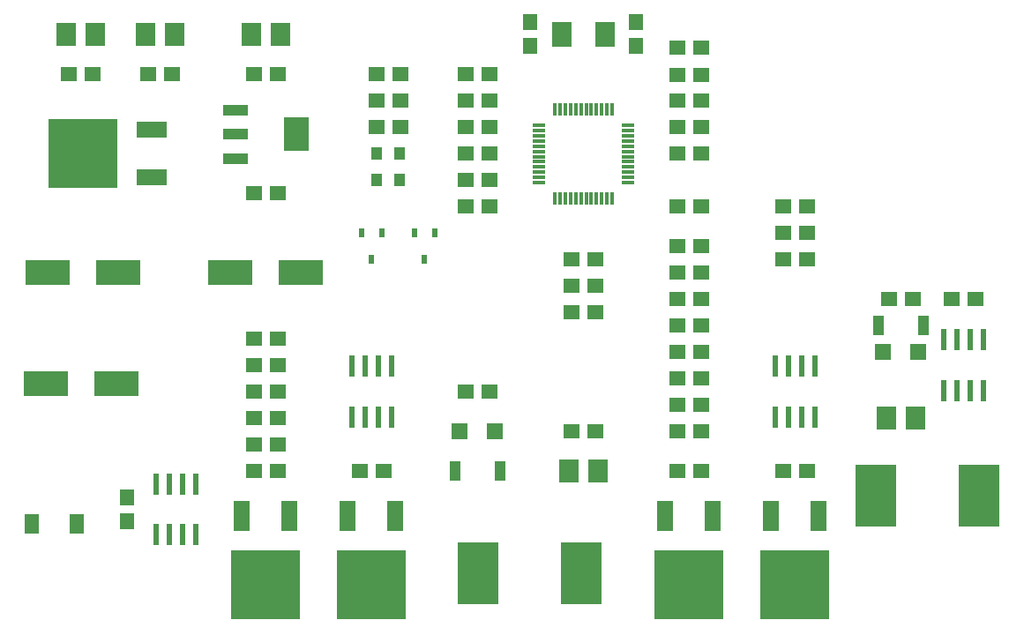
<source format=gtp>
G04*
G04 #@! TF.GenerationSoftware,Altium Limited,Altium Designer,21.6.4 (81)*
G04*
G04 Layer_Color=8421504*
%FSLAX25Y25*%
%MOIN*%
G70*
G04*
G04 #@! TF.SameCoordinates,2BAE2438-CD35-4855-809F-F1E5AD1C84AA*
G04*
G04*
G04 #@! TF.FilePolarity,Positive*
G04*
G01*
G75*
%ADD19R,0.02362X0.08465*%
%ADD20R,0.06000X0.05600*%
%ADD21R,0.05600X0.06000*%
%ADD22R,0.15748X0.23622*%
%ADD23R,0.04331X0.07677*%
%ADD24R,0.04700X0.01200*%
%ADD25R,0.01200X0.04700*%
%ADD26R,0.03937X0.05118*%
%ADD27R,0.06400X0.06400*%
%ADD28R,0.02362X0.03740*%
%ADD29R,0.07480X0.09449*%
%ADD30R,0.07677X0.09055*%
%ADD31R,0.09449X0.03937*%
%ADD32R,0.09449X0.12992*%
%ADD33R,0.26378X0.26378*%
%ADD34R,0.11811X0.06299*%
%ADD35R,0.05512X0.07677*%
%ADD36R,0.16535X0.09252*%
%ADD37R,0.06299X0.11811*%
%ADD38R,0.26378X0.26378*%
D19*
X147500Y114547D02*
D03*
X142500D02*
D03*
X137500D02*
D03*
X132500D02*
D03*
X147500Y95453D02*
D03*
X142500D02*
D03*
X137500D02*
D03*
X132500D02*
D03*
X356262Y105453D02*
D03*
X361262D02*
D03*
X366262D02*
D03*
X371262D02*
D03*
X356262Y124547D02*
D03*
X361262D02*
D03*
X366262D02*
D03*
X371262D02*
D03*
X73404Y69976D02*
D03*
X68404D02*
D03*
X63404D02*
D03*
X58404D02*
D03*
X73404Y50882D02*
D03*
X68404D02*
D03*
X63404D02*
D03*
X58404D02*
D03*
X292500Y95453D02*
D03*
X297500D02*
D03*
X302500D02*
D03*
X307500D02*
D03*
X292500Y114547D02*
D03*
X297500D02*
D03*
X302500D02*
D03*
X307500D02*
D03*
D20*
X264500Y235000D02*
D03*
X255500D02*
D03*
Y175000D02*
D03*
X264500D02*
D03*
X304500D02*
D03*
X295500D02*
D03*
Y165000D02*
D03*
X304500D02*
D03*
Y155000D02*
D03*
X295500D02*
D03*
X224500Y135000D02*
D03*
X215500D02*
D03*
Y145000D02*
D03*
X224500D02*
D03*
Y155000D02*
D03*
X215500D02*
D03*
X255500Y130000D02*
D03*
X264500D02*
D03*
X255500Y110000D02*
D03*
X264500D02*
D03*
Y120000D02*
D03*
X255500D02*
D03*
X359262Y140000D02*
D03*
X368262D02*
D03*
X255500D02*
D03*
X264500D02*
D03*
X150764Y205000D02*
D03*
X141764D02*
D03*
X150764Y225000D02*
D03*
X141764D02*
D03*
Y215000D02*
D03*
X150764D02*
D03*
X264500Y224500D02*
D03*
X255500D02*
D03*
X175500Y105000D02*
D03*
X184500D02*
D03*
X104500Y115000D02*
D03*
X95500D02*
D03*
X104500Y125000D02*
D03*
X95500D02*
D03*
X184500Y195000D02*
D03*
X175500D02*
D03*
X184500Y185000D02*
D03*
X175500D02*
D03*
X184500Y215000D02*
D03*
X175500D02*
D03*
X184500Y205000D02*
D03*
X175500D02*
D03*
X264500Y195000D02*
D03*
X255500D02*
D03*
X184500Y175000D02*
D03*
X175500D02*
D03*
Y225000D02*
D03*
X184500D02*
D03*
X264500Y215000D02*
D03*
X255500D02*
D03*
X264500Y205000D02*
D03*
X255500D02*
D03*
X215500Y90000D02*
D03*
X224500D02*
D03*
X104500Y180000D02*
D03*
X95500D02*
D03*
X104500Y225000D02*
D03*
X95500D02*
D03*
X55500D02*
D03*
X64500D02*
D03*
X25500D02*
D03*
X34500D02*
D03*
X104500Y105000D02*
D03*
X95500D02*
D03*
Y95000D02*
D03*
X104500D02*
D03*
X95500Y85000D02*
D03*
X104500D02*
D03*
X95500Y75000D02*
D03*
X104500D02*
D03*
X144500D02*
D03*
X135500D02*
D03*
X255500Y90000D02*
D03*
X264500D02*
D03*
X304500Y75000D02*
D03*
X295500D02*
D03*
X344500Y140000D02*
D03*
X335500D02*
D03*
X255500Y75000D02*
D03*
X264500D02*
D03*
X255500Y100000D02*
D03*
X264500D02*
D03*
X255500Y160000D02*
D03*
X264500D02*
D03*
Y150000D02*
D03*
X255500D02*
D03*
D21*
X47720Y64929D02*
D03*
Y55929D02*
D03*
X200000Y235500D02*
D03*
Y244500D02*
D03*
X240000Y235500D02*
D03*
Y244500D02*
D03*
D22*
X219260Y36376D02*
D03*
X180283D02*
D03*
X369661Y65500D02*
D03*
X330685D02*
D03*
D23*
X348465Y130049D02*
D03*
X331535D02*
D03*
X171535Y75000D02*
D03*
X188465D02*
D03*
D24*
X236832Y205627D02*
D03*
Y203658D02*
D03*
Y201690D02*
D03*
Y199721D02*
D03*
Y197753D02*
D03*
Y195784D02*
D03*
Y193816D02*
D03*
Y191847D02*
D03*
Y189879D02*
D03*
Y187910D02*
D03*
Y185942D02*
D03*
Y183973D02*
D03*
X203368D02*
D03*
Y185942D02*
D03*
Y187910D02*
D03*
Y189879D02*
D03*
Y191847D02*
D03*
Y193816D02*
D03*
Y195784D02*
D03*
Y197753D02*
D03*
Y199721D02*
D03*
Y201690D02*
D03*
Y203658D02*
D03*
Y205627D02*
D03*
D25*
X230927Y178068D02*
D03*
X228958D02*
D03*
X226990D02*
D03*
X225021D02*
D03*
X223053D02*
D03*
X221084D02*
D03*
X219116D02*
D03*
X217147D02*
D03*
X215179D02*
D03*
X213210D02*
D03*
X211242D02*
D03*
X209273D02*
D03*
Y211532D02*
D03*
X211242D02*
D03*
X213210D02*
D03*
X215179D02*
D03*
X217147D02*
D03*
X219116D02*
D03*
X221084D02*
D03*
X223053D02*
D03*
X225021D02*
D03*
X226990D02*
D03*
X228958D02*
D03*
X230927D02*
D03*
D26*
X141933Y195000D02*
D03*
X150595D02*
D03*
X141933Y185000D02*
D03*
X150595D02*
D03*
D27*
X173300Y90000D02*
D03*
X186700D02*
D03*
X346700Y120000D02*
D03*
X333300D02*
D03*
D28*
X163740Y165039D02*
D03*
X156260D02*
D03*
X160000Y155000D02*
D03*
X143740Y165039D02*
D03*
X136260D02*
D03*
X140000Y155000D02*
D03*
D29*
X211929Y240000D02*
D03*
X228071D02*
D03*
D30*
X334587Y95000D02*
D03*
X345413D02*
D03*
X105413Y240000D02*
D03*
X94587D02*
D03*
X24587D02*
D03*
X35413D02*
D03*
X65413D02*
D03*
X54587D02*
D03*
X214587Y74843D02*
D03*
X225413D02*
D03*
D31*
X88583Y211260D02*
D03*
Y202204D02*
D03*
Y193149D02*
D03*
D32*
X111417Y202204D02*
D03*
D33*
X30793Y195000D02*
D03*
D34*
X56975Y185945D02*
D03*
Y204055D02*
D03*
D35*
X28465Y55000D02*
D03*
X11535D02*
D03*
D36*
X86713Y150000D02*
D03*
X113287D02*
D03*
X43622Y107932D02*
D03*
X17047D02*
D03*
X44081Y150000D02*
D03*
X17506D02*
D03*
D37*
X290945Y58091D02*
D03*
X309055D02*
D03*
X250945D02*
D03*
X269055D02*
D03*
X130945D02*
D03*
X149055D02*
D03*
X90945D02*
D03*
X109055D02*
D03*
D38*
X300000Y31909D02*
D03*
X260000D02*
D03*
X140000D02*
D03*
X100000D02*
D03*
M02*

</source>
